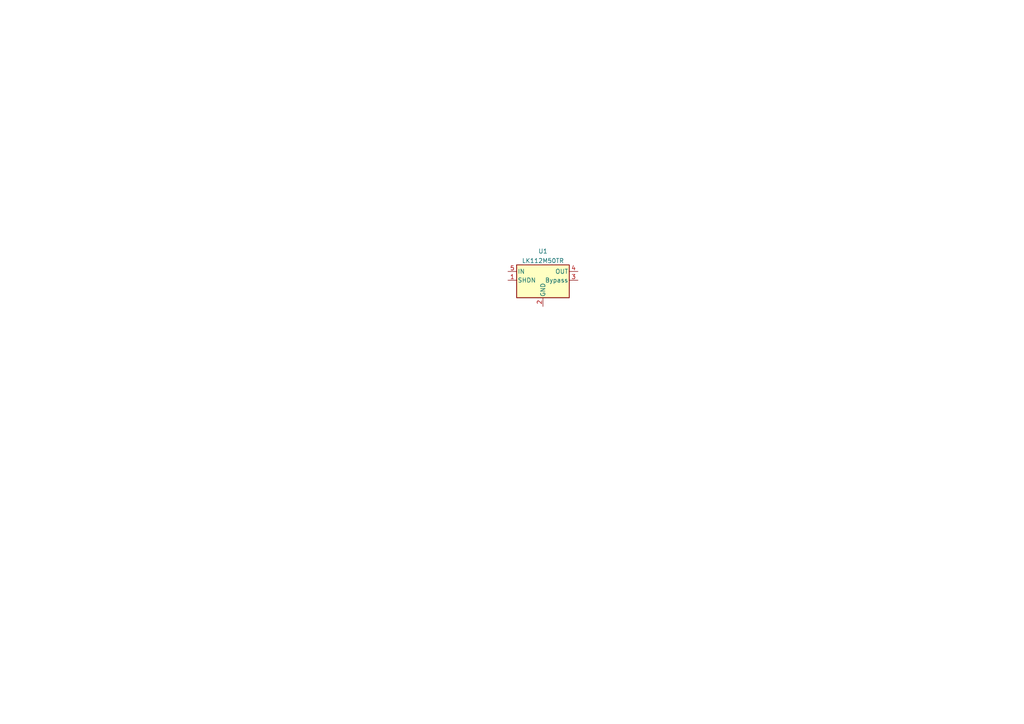
<source format=kicad_sch>
(kicad_sch (version 20211123) (generator eeschema)
  (paper "A4")
  (lib_symbols
    (symbol "Regulator_Linear:LK112M50TR" (pin_names (offset 0.254))
      (property "Reference" "U" (at -6.35 5.715 0))
      (property "Value" "LK112M50TR" (at 0 5.715 0))
      (symbol "LK112M50TR_0_1"
        (rectangle (start -7.62 4.445) (end 7.62 -5.08) (stroke (width 0.254)) (fill (type background)))
      )
      (symbol "LK112M50TR_1_1"
        (pin input line (at -10.16 0 0) (length 2.54) (name "SHDN") (number "1"))
        (pin power_in line (at 0 -7.62 90) (length 2.54) (name "GND") (number "2"))
        (pin passive line (at 10.16 0 180) (length 2.54) (name "Bypass") (number "3"))
        (pin power_out line (at 10.16 2.54 180) (length 2.54) (name "OUT") (number "4"))
        (pin power_in line (at -10.16 2.54 0) (length 2.54) (name "IN") (number "5"))
      )
    )
  )
  (symbol (lib_id "Regulator_Linear:LK112M50TR") (at 157.48 81.28 0) (unit 1)
    (property "Reference" "U1" (at 157.48 72.8685 0))
    (property "Value" "LK112M50TR" (at 157.48 75.6436 0))
    (property "Footprint" "Package_TO_SOT_SMD:SOT-23-5" (effects hide))
    (property "Datasheet" "https://www.st.com/resource/ja/datasheet/lk112.pdf" (effects hide))
    (property "kicost.ldo.OPT_B:Value" "OPTION B" (effects hide))
    (property "kicost.ldo.OPT_B:Foobar" "This filter field should cause the crash" (effects hide))
  )
)
</source>
